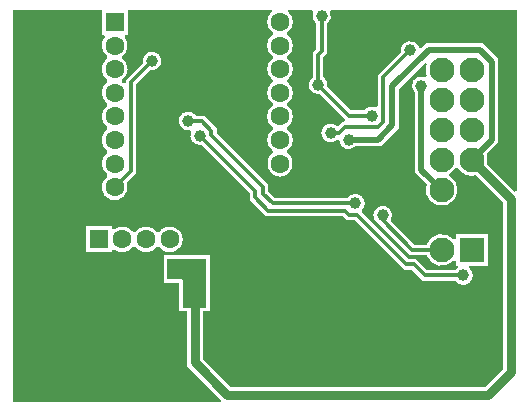
<source format=gbl>
%FSLAX25Y25*MOMM*%
%IR0*IPPOS*OFA0.00000B0.00000*MIA0B0*SFA1.00000B1.00000*%
%ADD11C,1.*%
%ADD14C,2.1*%
%ADD10C,6.*%
%ADD13C,1.6*%
%ADD15R,2.1X2.1*%
%ADD12R,1.6X1.6*%
%ADD16C,.3*%
%ADD17C,.5*%
%ADD18C,.75*%
G75*
%LPD*%
G75*
G36*
G01X2209800Y990600D02*
Y4311650D01*
X2963380D01*
Y4100030D01*
X2983560D01*
G02X2991150Y4083120I-3J-10160D01*
G03X3012380Y3918500I82250J-73072D01*
G02Y3901600I-5637J-8450D01*
G03Y3718500I61020J-91550D01*
G02Y3701600I-5637J-8450D01*
G03Y3518500I61020J-91550D01*
G02Y3501600I-5637J-8450D01*
G03Y3318500I61020J-91550D01*
G02Y3301600I-5637J-8450D01*
G03Y3118500I61020J-91550D01*
G02Y3101600I-5637J-8450D01*
G03Y2918500I61020J-91550D01*
G02Y2901600I-5637J-8450D01*
G03X3176220Y2849200I61020J-91549D01*
G01X3258120Y2931100D01*
Y3683400D01*
X3375920Y3801200D01*
X3378470Y3800800D01*
G03X3311850Y3867420I12430J79050D01*
G01X3312250Y3864870D01*
X3168080Y3720700D01*
Y3695480D01*
G02X3150780Y3688260I-10160J7D01*
G03X3134420Y3701600I-77387J-78204D01*
G02Y3718500I5637J8450D01*
G03Y3901600I-61020J91550D01*
G02Y3918500I5637J8450D01*
G03X3155650Y4083120I-61020J91548D01*
G02X3163240Y4100030I7593J6750D01*
G01X3183420D01*
Y4311650D01*
X4395420D01*
G02X4402010Y4293760I-5J-10160D01*
G03X4412380Y4118500I71390J-83713D01*
G02Y4101600I-5637J-8450D01*
G03Y3918500I61020J-91550D01*
G02Y3901600I-5637J-8450D01*
G03Y3718500I61020J-91550D01*
G02Y3701600I-5637J-8450D01*
G03Y3518500I61020J-91550D01*
G02Y3501600I-5637J-8450D01*
G03Y3318500I61020J-91550D01*
G02Y3301600I-5637J-8450D01*
G03Y3118500I61020J-91550D01*
G02Y3101600I-5637J-8450D01*
G03X4534420I61020J-91550D01*
G02Y3118500I5637J8450D01*
G03Y3301600I-61020J91550D01*
G02Y3318500I5637J8450D01*
G03Y3501600I-61020J91550D01*
G02Y3518500I5637J8450D01*
G03Y3701600I-61020J91550D01*
G02Y3718500I5637J8450D01*
G03Y3901600I-61020J91550D01*
G02Y3918500I5637J8450D01*
G03Y4101600I-61020J91550D01*
G02Y4118500I5637J8450D01*
G03X4544790Y4293760I-61020J91547D01*
G02X4551380Y4311650I6595J7730D01*
G01X4745500D01*
G02X4754570Y4296910I-1J-10161D01*
G03X4780980Y4194700I71432J-36060D01*
G01Y3981040D01*
X4751780Y3951840D01*
Y3742800D01*
G03X4809230Y3597600I45023J-66152D01*
G01X4811780Y3598000D01*
X5026370Y3383410D01*
G02X5019190Y3366070I-7186J-7181D01*
G01X5004200D01*
X4963360Y3325230D01*
X4958350Y3327280D01*
X4957650Y3327950D01*
G03X4957710Y3212620I-55450J-57694D01*
G02X4974880Y3206180I7047J-7320D01*
G03X5112700Y3158080I79719J6921D01*
G01X5325030D01*
X5477920Y3310970D01*
Y3641160D01*
X5699070Y3862310D01*
G02X5715750Y3851520I7181J-7187D01*
G03X5715360Y3756810I126249J-47876D01*
G02X5701860Y3743940I-9529J-3520D01*
G03X5615530Y3612200I-31307J-73640D01*
G01Y2936310D01*
X5715880Y2835960D01*
X5714800Y2832940D01*
G03X5907420Y2905760I127197J-45291D01*
G02Y2923540I4923J8890D01*
G03X5960110Y2976230I-65420J118110D01*
G02X5977890I8890J-4923D01*
G03X6128180Y2910520I118113J65419D01*
G01X6130960Y2911200D01*
X6358680Y2683480D01*
Y1272570D01*
X6207730Y1121620D01*
X4053870D01*
X3820370Y1355120D01*
Y1760680D01*
X3878120D01*
Y2233470D01*
X3487880D01*
Y2001980D01*
X3621230D01*
Y1760680D01*
X3685330D01*
Y1299180D01*
X3976570Y1007940D01*
G02X3969390Y990600I-7186J-7181D01*
G01X2209800D01*
G37*
G36*
G01X3848100Y1790700D02*
X3651250D01*
Y2025650D01*
X3644900Y2032000D01*
X3517900D01*
Y2203450D01*
X3848100D01*
Y1790700D01*
G37*
G36*
G01X5074600Y3462520D02*
X4875450Y3661670D01*
X4875850Y3664220D01*
G03X4841820Y3742800I-79049J12426D01*
G01Y3914540D01*
X4871020Y3943740D01*
Y4194700D01*
G03X4897430Y4296910I-45022J66150D01*
G02X4906500Y4311650I9071J4579D01*
G01X6477000D01*
Y2780670D01*
G02X6459660Y2773480I-10159J-4D01*
G01X6226450Y3006690D01*
X6227130Y3009470D01*
G03X6223200Y3086940I-131130J32183D01*
G01X6222120Y3089960D01*
X6322470Y3190310D01*
Y3896290D01*
X6188640Y4030120D01*
X5711260D01*
X5668800Y3987660D01*
G02X5651900Y3991910I-7176J7189D01*
G03X5496250Y3956320I-76598J-23160D01*
G01X5496650Y3953770D01*
X5301680Y3758800D01*
Y3497680D01*
G02X5286870Y3488650I-10159J2D01*
G03X5184100Y3462520I-36617J-71150D01*
G01X5074600D01*
G37*
%LPC*%
G75*
G36*
G01X3050070Y2278710D02*
Y2258530D01*
X2830030D01*
Y2478570D01*
X3050070D01*
Y2458390D01*
G03X3066980Y2450800I10160J3D01*
G02X3231600Y2429570I73072J-82250D01*
G03X3248500I8450J5637D01*
G02X3431600I91550J-61020D01*
G03X3448500I8450J5637D01*
G02Y2307530I91550J-61020D01*
G03X3431600I-8450J-5637D01*
G02X3248500I-91550J61020D01*
G03X3231600I-8450J-5637D01*
G02X3066980Y2286300I-91548J61020D01*
G03X3050070Y2278710I-6750J-7593D01*
G37*
G36*
G01X6075800Y2126500D02*
G02X5960000Y2018730I-49645J-62755D01*
G01X5683650D01*
X5588400Y2113980D01*
X5524890D01*
X5105790Y2533080D01*
X5035950D01*
X5004200Y2564830D01*
X4356510D01*
X4215830Y2705510D01*
Y2762650D01*
X3809110Y3169370D01*
X3806560Y3168970D01*
G02X3720370Y3279040I-12428J79049D01*
G03X3709280Y3292990I-9367J3937D01*
G02X3761850Y3416870I-13582J78858D01*
G01X3828650D01*
X3937570Y3307950D01*
Y3269850D01*
X4375720Y2831700D01*
Y2774540D01*
X4431890Y2718370D01*
X5045600D01*
G02X5166290Y2614800I66157J-45013D01*
G03X5166030Y2600180I6924J-7435D01*
G01X5562190Y2204020D01*
X5625700D01*
X5720950Y2108770D01*
X5960000D01*
G02X5976500Y2126500I66152J-45020D01*
G03X5970190Y2144630I-6303J7969D01*
G01X5960980D01*
Y2183550D01*
G03X5943210Y2190270I-10157J-5D01*
G02X5714710Y2234630I-101205J89378D01*
G01X5575690D01*
X5312670Y2497650D01*
X5311750Y2498040D01*
G02X5411870Y2531170I31151J73709D01*
G01X5409870Y2527780D01*
X5612990Y2324670D01*
X5714710D01*
G02X5943210Y2369030I127295J-45018D01*
G03X5960980Y2375750I7613J6725D01*
G01Y2414670D01*
X6231020D01*
Y2144630D01*
X6082110D01*
G03X6075800Y2126500I-7J-10161D01*
G37*
%LPD*%
G75*
G54D10*
X2559050Y1504950D03*
Y3994150D03*
G54D11*
G01X3613150Y2133600D02*
X3752850D01*
G01Y1993900D02*
Y2133600D01*
G01Y1866900D02*
Y1993900D01*
X2286000Y1066800D03*
X2279650Y1898650D03*
Y2286000D03*
Y2609850D03*
X2324100Y3676650D03*
X2578100Y2609850D03*
X2952750Y1066800D03*
X2870200Y2190750D03*
X2921000Y2692400D03*
X2901950Y4248150D03*
X3352800Y1422400D03*
X3206750D03*
X3225800Y1835150D03*
X3359150D03*
X3086100Y1987550D03*
X3206750Y2660650D03*
X3308350Y3175000D03*
X3651250Y1060450D03*
X3498850Y1270000D03*
Y1422400D03*
X3492500Y1835150D03*
X3613150Y2133600D03*
X3390900Y2660650D03*
X3594100Y2768600D03*
Y3270250D03*
X3390900D03*
Y3079750D03*
X3695700Y3371850D03*
X3511550Y3581400D03*
X3683000Y3689350D03*
X3600450Y3486150D03*
X3606800Y3854450D03*
X3390900Y3879850D03*
X3498850Y4216400D03*
X3594100Y4057650D03*
X3937000Y1708150D03*
X3752850Y1866900D03*
Y1993900D03*
Y2133600D03*
Y2540000D03*
X3975100Y2628900D03*
X3873500Y2482850D03*
X3846180Y2634510D03*
X3911600Y2990850D03*
X3917950Y2863850D03*
X4038600Y2736850D03*
X3917950D03*
X4038600Y2863850D03*
X3794130Y3248020D03*
X3937000Y3384550D03*
X3816350Y3562350D03*
X3765550Y4248150D03*
X4032250D03*
X4216400Y2628900D03*
X4095750D03*
X4159250Y2736850D03*
X4318000Y2965450D03*
Y3092450D03*
X4191000D03*
X4171950Y3397250D03*
Y3581400D03*
X4305300Y3937000D03*
X4165600Y3822700D03*
X4292600Y4248150D03*
X4540250Y1708150D03*
X4686300Y2019300D03*
X4692650Y2432050D03*
X5016500Y1365250D03*
X4806950Y1428750D03*
X5016500Y1492250D03*
X4953000Y2019300D03*
X4832350D03*
X5041900Y2241550D03*
X4813300Y2432050D03*
X4933950D03*
X4959350Y3016250D03*
Y2870200D03*
X4902200Y3270250D03*
X4796800Y3676650D03*
X4908550Y3848100D03*
X4718050Y4019550D03*
X4826000Y4260850D03*
X5372100Y1174750D03*
X5200650D03*
Y1365250D03*
X5054600Y1174750D03*
X5194300Y1587500D03*
X5251450Y1917700D03*
X5054600D03*
X5321300Y2241550D03*
X5181600Y2381250D03*
X5187950Y2241550D03*
X5342900Y2571750D03*
X5060950Y2432050D03*
X5111750Y2673350D03*
X5181600Y2870200D03*
X5353050Y3086100D03*
X5137150Y3105150D03*
X5054600Y3213100D03*
X5250250Y3417500D03*
X5105400Y3625850D03*
X5562600Y1473200D03*
X5664200Y1809750D03*
X5454650Y1917700D03*
X5537200Y1809750D03*
X5702300Y1962150D03*
X5562600Y2057400D03*
X5473700Y2540000D03*
X5683250Y2641600D03*
X5568950D03*
X5600700Y2413000D03*
X5562600Y2794000D03*
X5556250Y2940050D03*
X5384800Y2794000D03*
X5549900Y3314700D03*
X5562600Y3143250D03*
X5670550Y3670300D03*
X5543550Y3600450D03*
X5575300Y3968750D03*
X5664200Y4248150D03*
X5403850Y4064000D03*
X5397500Y4254500D03*
X5670550Y4089400D03*
X5969000Y1339850D03*
X5905500Y1174750D03*
X5727700Y1479550D03*
X5791200Y1809750D03*
X6026150Y2063750D03*
X5937250Y4248150D03*
Y4095750D03*
X6273800Y1308100D03*
X6159500Y1200150D03*
X6305550Y1625600D03*
X6064250D03*
X6184900Y1771650D03*
X6064250Y1930400D03*
X6305550D03*
X6381750Y3632200D03*
Y3416300D03*
Y3854450D03*
X6203950Y4095750D03*
X6400800Y2940050D03*
Y3117850D03*
Y4248150D03*
G54D12*
X2940050Y2368550D03*
X3073400Y4210050D03*
G54D13*
Y2810050D03*
Y3010050D03*
Y3210050D03*
Y3410050D03*
Y3610050D03*
Y3810050D03*
Y4010050D03*
X3340050Y2368550D03*
X3140050D03*
X3740050D03*
X3540050D03*
X4473400Y3010050D03*
Y2810050D03*
Y3410050D03*
Y3210050D03*
Y3610050D03*
Y4010050D03*
Y3810050D03*
Y4210050D03*
G54D14*
X5842000Y2279650D03*
Y2533650D03*
X6096000D03*
X5842000Y3041650D03*
X6096000D03*
X5842000Y2787650D03*
X6096000D03*
X5842000Y3295650D03*
X6096000D03*
X5842000Y3549650D03*
X6096000D03*
X5842000Y3803650D03*
X6096000D03*
G54D15*
Y2279650D03*
G54D16*
G01X3390900Y3879850D02*
X3213100Y3702050D01*
Y2949750D01*
X3073400Y2810050D01*
G01X5111750Y2673350D02*
X4413240D01*
X4330700Y2755890D01*
Y2813050D01*
X3892550Y3251200D01*
Y3289300D01*
X3810000Y3371850D01*
X3695700D01*
G01X6026150Y2063750D02*
X5702300D01*
X5607050Y2159000D01*
X5543540D01*
X5124440Y2578100D01*
X5054600D01*
X5022850Y2609850D01*
X4375160D01*
X4260850Y2724160D01*
Y2781300D01*
X3794130Y3248020D01*
G01X4902200Y3270250D02*
X4972050D01*
X5022850Y3321050D01*
X5302260D01*
X5346700Y3365490D01*
Y3740150D01*
X5575300Y3968750D01*
G01X4826000Y4260850D02*
Y3962390D01*
X4796800Y3933190D01*
Y3676650D01*
G01D02*
X5055950Y3417500D01*
X5250250D01*
G01X5842000Y2279650D02*
X5594340D01*
X5342900Y2531090D01*
Y2571750D01*
G54D17*
G01X6096000Y3041650D02*
X6267450Y3213100D01*
Y3873500D01*
X6165850Y3975100D01*
X5734050D01*
X5422900Y3663950D01*
Y3333760D01*
X5302240Y3213100D01*
X5054600D01*
G01X5670550Y3670300D02*
Y2959100D01*
X5842000Y2787650D01*
G54D18*
G01X3752850Y1866900D02*
Y1327150D01*
X4025900Y1054100D01*
X6235700D01*
X6426200Y1244600D01*
Y2711450D01*
X6096000Y3041650D01*
M02*

</source>
